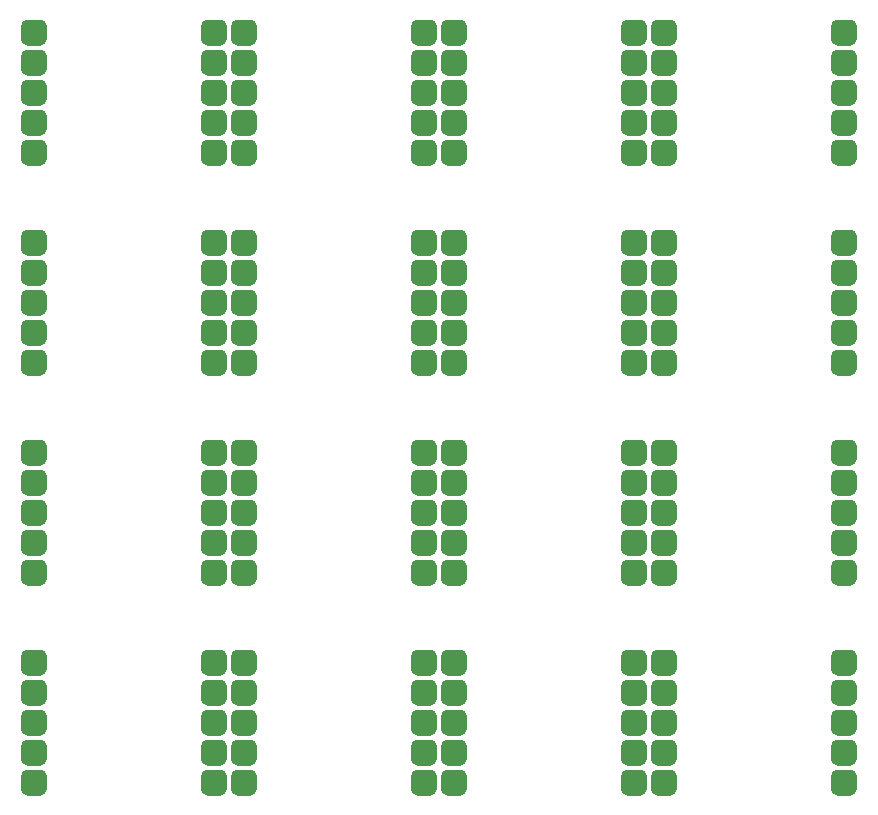
<source format=gbr>
%TF.GenerationSoftware,KiCad,Pcbnew,5.1.8*%
%TF.CreationDate,2020-11-29T15:40:31+01:00*%
%TF.ProjectId,panel,70616e65-6c2e-46b6-9963-61645f706362,rev?*%
%TF.SameCoordinates,Original*%
%TF.FileFunction,Soldermask,Bot*%
%TF.FilePolarity,Negative*%
%FSLAX46Y46*%
G04 Gerber Fmt 4.6, Leading zero omitted, Abs format (unit mm)*
G04 Created by KiCad (PCBNEW 5.1.8) date 2020-11-29 15:40:31*
%MOMM*%
%LPD*%
G01*
G04 APERTURE LIST*
G04 APERTURE END LIST*
%TO.C,TP1*%
G36*
G01*
X103510016Y-107700016D02*
X103510016Y-106600016D01*
G75*
G02*
X104060016Y-106050016I550000J0D01*
G01*
X105160016Y-106050016D01*
G75*
G02*
X105710016Y-106600016I0J-550000D01*
G01*
X105710016Y-107700016D01*
G75*
G02*
X105160016Y-108250016I-550000J0D01*
G01*
X104060016Y-108250016D01*
G75*
G02*
X103510016Y-107700016I0J550000D01*
G01*
G37*
%TD*%
%TO.C,TP2*%
G36*
G01*
X103510016Y-110240016D02*
X103510016Y-109140016D01*
G75*
G02*
X104060016Y-108590016I550000J0D01*
G01*
X105160016Y-108590016D01*
G75*
G02*
X105710016Y-109140016I0J-550000D01*
G01*
X105710016Y-110240016D01*
G75*
G02*
X105160016Y-110790016I-550000J0D01*
G01*
X104060016Y-110790016D01*
G75*
G02*
X103510016Y-110240016I0J550000D01*
G01*
G37*
%TD*%
%TO.C,TP3*%
G36*
G01*
X103510016Y-115320016D02*
X103510016Y-114220016D01*
G75*
G02*
X104060016Y-113670016I550000J0D01*
G01*
X105160016Y-113670016D01*
G75*
G02*
X105710016Y-114220016I0J-550000D01*
G01*
X105710016Y-115320016D01*
G75*
G02*
X105160016Y-115870016I-550000J0D01*
G01*
X104060016Y-115870016D01*
G75*
G02*
X103510016Y-115320016I0J550000D01*
G01*
G37*
%TD*%
%TO.C,TP4*%
G36*
G01*
X103510016Y-117860016D02*
X103510016Y-116760016D01*
G75*
G02*
X104060016Y-116210016I550000J0D01*
G01*
X105160016Y-116210016D01*
G75*
G02*
X105710016Y-116760016I0J-550000D01*
G01*
X105710016Y-117860016D01*
G75*
G02*
X105160016Y-118410016I-550000J0D01*
G01*
X104060016Y-118410016D01*
G75*
G02*
X103510016Y-117860016I0J550000D01*
G01*
G37*
%TD*%
%TO.C,TP5*%
G36*
G01*
X103510016Y-112780016D02*
X103510016Y-111680016D01*
G75*
G02*
X104060016Y-111130016I550000J0D01*
G01*
X105160016Y-111130016D01*
G75*
G02*
X105710016Y-111680016I0J-550000D01*
G01*
X105710016Y-112780016D01*
G75*
G02*
X105160016Y-113330016I-550000J0D01*
G01*
X104060016Y-113330016D01*
G75*
G02*
X103510016Y-112780016I0J550000D01*
G01*
G37*
%TD*%
%TO.C,TP6*%
G36*
G01*
X118750016Y-117860016D02*
X118750016Y-116760016D01*
G75*
G02*
X119300016Y-116210016I550000J0D01*
G01*
X120400016Y-116210016D01*
G75*
G02*
X120950016Y-116760016I0J-550000D01*
G01*
X120950016Y-117860016D01*
G75*
G02*
X120400016Y-118410016I-550000J0D01*
G01*
X119300016Y-118410016D01*
G75*
G02*
X118750016Y-117860016I0J550000D01*
G01*
G37*
%TD*%
%TO.C,TP7*%
G36*
G01*
X118750016Y-110240016D02*
X118750016Y-109140016D01*
G75*
G02*
X119300016Y-108590016I550000J0D01*
G01*
X120400016Y-108590016D01*
G75*
G02*
X120950016Y-109140016I0J-550000D01*
G01*
X120950016Y-110240016D01*
G75*
G02*
X120400016Y-110790016I-550000J0D01*
G01*
X119300016Y-110790016D01*
G75*
G02*
X118750016Y-110240016I0J550000D01*
G01*
G37*
%TD*%
%TO.C,TP8*%
G36*
G01*
X118750016Y-112780016D02*
X118750016Y-111680016D01*
G75*
G02*
X119300016Y-111130016I550000J0D01*
G01*
X120400016Y-111130016D01*
G75*
G02*
X120950016Y-111680016I0J-550000D01*
G01*
X120950016Y-112780016D01*
G75*
G02*
X120400016Y-113330016I-550000J0D01*
G01*
X119300016Y-113330016D01*
G75*
G02*
X118750016Y-112780016I0J550000D01*
G01*
G37*
%TD*%
%TO.C,TP9*%
G36*
G01*
X118750016Y-115320016D02*
X118750016Y-114220016D01*
G75*
G02*
X119300016Y-113670016I550000J0D01*
G01*
X120400016Y-113670016D01*
G75*
G02*
X120950016Y-114220016I0J-550000D01*
G01*
X120950016Y-115320016D01*
G75*
G02*
X120400016Y-115870016I-550000J0D01*
G01*
X119300016Y-115870016D01*
G75*
G02*
X118750016Y-115320016I0J550000D01*
G01*
G37*
%TD*%
%TO.C,TP10*%
G36*
G01*
X118750016Y-107700016D02*
X118750016Y-106600016D01*
G75*
G02*
X119300016Y-106050016I550000J0D01*
G01*
X120400016Y-106050016D01*
G75*
G02*
X120950016Y-106600016I0J-550000D01*
G01*
X120950016Y-107700016D01*
G75*
G02*
X120400016Y-108250016I-550000J0D01*
G01*
X119300016Y-108250016D01*
G75*
G02*
X118750016Y-107700016I0J550000D01*
G01*
G37*
%TD*%
%TO.C,TP1*%
G36*
G01*
X85730011Y-107700016D02*
X85730011Y-106600016D01*
G75*
G02*
X86280011Y-106050016I550000J0D01*
G01*
X87380011Y-106050016D01*
G75*
G02*
X87930011Y-106600016I0J-550000D01*
G01*
X87930011Y-107700016D01*
G75*
G02*
X87380011Y-108250016I-550000J0D01*
G01*
X86280011Y-108250016D01*
G75*
G02*
X85730011Y-107700016I0J550000D01*
G01*
G37*
%TD*%
%TO.C,TP2*%
G36*
G01*
X85730011Y-110240016D02*
X85730011Y-109140016D01*
G75*
G02*
X86280011Y-108590016I550000J0D01*
G01*
X87380011Y-108590016D01*
G75*
G02*
X87930011Y-109140016I0J-550000D01*
G01*
X87930011Y-110240016D01*
G75*
G02*
X87380011Y-110790016I-550000J0D01*
G01*
X86280011Y-110790016D01*
G75*
G02*
X85730011Y-110240016I0J550000D01*
G01*
G37*
%TD*%
%TO.C,TP3*%
G36*
G01*
X85730011Y-115320016D02*
X85730011Y-114220016D01*
G75*
G02*
X86280011Y-113670016I550000J0D01*
G01*
X87380011Y-113670016D01*
G75*
G02*
X87930011Y-114220016I0J-550000D01*
G01*
X87930011Y-115320016D01*
G75*
G02*
X87380011Y-115870016I-550000J0D01*
G01*
X86280011Y-115870016D01*
G75*
G02*
X85730011Y-115320016I0J550000D01*
G01*
G37*
%TD*%
%TO.C,TP4*%
G36*
G01*
X85730011Y-117860016D02*
X85730011Y-116760016D01*
G75*
G02*
X86280011Y-116210016I550000J0D01*
G01*
X87380011Y-116210016D01*
G75*
G02*
X87930011Y-116760016I0J-550000D01*
G01*
X87930011Y-117860016D01*
G75*
G02*
X87380011Y-118410016I-550000J0D01*
G01*
X86280011Y-118410016D01*
G75*
G02*
X85730011Y-117860016I0J550000D01*
G01*
G37*
%TD*%
%TO.C,TP5*%
G36*
G01*
X85730011Y-112780016D02*
X85730011Y-111680016D01*
G75*
G02*
X86280011Y-111130016I550000J0D01*
G01*
X87380011Y-111130016D01*
G75*
G02*
X87930011Y-111680016I0J-550000D01*
G01*
X87930011Y-112780016D01*
G75*
G02*
X87380011Y-113330016I-550000J0D01*
G01*
X86280011Y-113330016D01*
G75*
G02*
X85730011Y-112780016I0J550000D01*
G01*
G37*
%TD*%
%TO.C,TP6*%
G36*
G01*
X100970011Y-117860016D02*
X100970011Y-116760016D01*
G75*
G02*
X101520011Y-116210016I550000J0D01*
G01*
X102620011Y-116210016D01*
G75*
G02*
X103170011Y-116760016I0J-550000D01*
G01*
X103170011Y-117860016D01*
G75*
G02*
X102620011Y-118410016I-550000J0D01*
G01*
X101520011Y-118410016D01*
G75*
G02*
X100970011Y-117860016I0J550000D01*
G01*
G37*
%TD*%
%TO.C,TP7*%
G36*
G01*
X100970011Y-110240016D02*
X100970011Y-109140016D01*
G75*
G02*
X101520011Y-108590016I550000J0D01*
G01*
X102620011Y-108590016D01*
G75*
G02*
X103170011Y-109140016I0J-550000D01*
G01*
X103170011Y-110240016D01*
G75*
G02*
X102620011Y-110790016I-550000J0D01*
G01*
X101520011Y-110790016D01*
G75*
G02*
X100970011Y-110240016I0J550000D01*
G01*
G37*
%TD*%
%TO.C,TP8*%
G36*
G01*
X100970011Y-112780016D02*
X100970011Y-111680016D01*
G75*
G02*
X101520011Y-111130016I550000J0D01*
G01*
X102620011Y-111130016D01*
G75*
G02*
X103170011Y-111680016I0J-550000D01*
G01*
X103170011Y-112780016D01*
G75*
G02*
X102620011Y-113330016I-550000J0D01*
G01*
X101520011Y-113330016D01*
G75*
G02*
X100970011Y-112780016I0J550000D01*
G01*
G37*
%TD*%
%TO.C,TP9*%
G36*
G01*
X100970011Y-115320016D02*
X100970011Y-114220016D01*
G75*
G02*
X101520011Y-113670016I550000J0D01*
G01*
X102620011Y-113670016D01*
G75*
G02*
X103170011Y-114220016I0J-550000D01*
G01*
X103170011Y-115320016D01*
G75*
G02*
X102620011Y-115870016I-550000J0D01*
G01*
X101520011Y-115870016D01*
G75*
G02*
X100970011Y-115320016I0J550000D01*
G01*
G37*
%TD*%
%TO.C,TP10*%
G36*
G01*
X100970011Y-107700016D02*
X100970011Y-106600016D01*
G75*
G02*
X101520011Y-106050016I550000J0D01*
G01*
X102620011Y-106050016D01*
G75*
G02*
X103170011Y-106600016I0J-550000D01*
G01*
X103170011Y-107700016D01*
G75*
G02*
X102620011Y-108250016I-550000J0D01*
G01*
X101520011Y-108250016D01*
G75*
G02*
X100970011Y-107700016I0J550000D01*
G01*
G37*
%TD*%
%TO.C,TP1*%
G36*
G01*
X67950006Y-107700016D02*
X67950006Y-106600016D01*
G75*
G02*
X68500006Y-106050016I550000J0D01*
G01*
X69600006Y-106050016D01*
G75*
G02*
X70150006Y-106600016I0J-550000D01*
G01*
X70150006Y-107700016D01*
G75*
G02*
X69600006Y-108250016I-550000J0D01*
G01*
X68500006Y-108250016D01*
G75*
G02*
X67950006Y-107700016I0J550000D01*
G01*
G37*
%TD*%
%TO.C,TP2*%
G36*
G01*
X67950006Y-110240016D02*
X67950006Y-109140016D01*
G75*
G02*
X68500006Y-108590016I550000J0D01*
G01*
X69600006Y-108590016D01*
G75*
G02*
X70150006Y-109140016I0J-550000D01*
G01*
X70150006Y-110240016D01*
G75*
G02*
X69600006Y-110790016I-550000J0D01*
G01*
X68500006Y-110790016D01*
G75*
G02*
X67950006Y-110240016I0J550000D01*
G01*
G37*
%TD*%
%TO.C,TP3*%
G36*
G01*
X67950006Y-115320016D02*
X67950006Y-114220016D01*
G75*
G02*
X68500006Y-113670016I550000J0D01*
G01*
X69600006Y-113670016D01*
G75*
G02*
X70150006Y-114220016I0J-550000D01*
G01*
X70150006Y-115320016D01*
G75*
G02*
X69600006Y-115870016I-550000J0D01*
G01*
X68500006Y-115870016D01*
G75*
G02*
X67950006Y-115320016I0J550000D01*
G01*
G37*
%TD*%
%TO.C,TP4*%
G36*
G01*
X67950006Y-117860016D02*
X67950006Y-116760016D01*
G75*
G02*
X68500006Y-116210016I550000J0D01*
G01*
X69600006Y-116210016D01*
G75*
G02*
X70150006Y-116760016I0J-550000D01*
G01*
X70150006Y-117860016D01*
G75*
G02*
X69600006Y-118410016I-550000J0D01*
G01*
X68500006Y-118410016D01*
G75*
G02*
X67950006Y-117860016I0J550000D01*
G01*
G37*
%TD*%
%TO.C,TP5*%
G36*
G01*
X67950006Y-112780016D02*
X67950006Y-111680016D01*
G75*
G02*
X68500006Y-111130016I550000J0D01*
G01*
X69600006Y-111130016D01*
G75*
G02*
X70150006Y-111680016I0J-550000D01*
G01*
X70150006Y-112780016D01*
G75*
G02*
X69600006Y-113330016I-550000J0D01*
G01*
X68500006Y-113330016D01*
G75*
G02*
X67950006Y-112780016I0J550000D01*
G01*
G37*
%TD*%
%TO.C,TP6*%
G36*
G01*
X83190006Y-117860016D02*
X83190006Y-116760016D01*
G75*
G02*
X83740006Y-116210016I550000J0D01*
G01*
X84840006Y-116210016D01*
G75*
G02*
X85390006Y-116760016I0J-550000D01*
G01*
X85390006Y-117860016D01*
G75*
G02*
X84840006Y-118410016I-550000J0D01*
G01*
X83740006Y-118410016D01*
G75*
G02*
X83190006Y-117860016I0J550000D01*
G01*
G37*
%TD*%
%TO.C,TP7*%
G36*
G01*
X83190006Y-110240016D02*
X83190006Y-109140016D01*
G75*
G02*
X83740006Y-108590016I550000J0D01*
G01*
X84840006Y-108590016D01*
G75*
G02*
X85390006Y-109140016I0J-550000D01*
G01*
X85390006Y-110240016D01*
G75*
G02*
X84840006Y-110790016I-550000J0D01*
G01*
X83740006Y-110790016D01*
G75*
G02*
X83190006Y-110240016I0J550000D01*
G01*
G37*
%TD*%
%TO.C,TP8*%
G36*
G01*
X83190006Y-112780016D02*
X83190006Y-111680016D01*
G75*
G02*
X83740006Y-111130016I550000J0D01*
G01*
X84840006Y-111130016D01*
G75*
G02*
X85390006Y-111680016I0J-550000D01*
G01*
X85390006Y-112780016D01*
G75*
G02*
X84840006Y-113330016I-550000J0D01*
G01*
X83740006Y-113330016D01*
G75*
G02*
X83190006Y-112780016I0J550000D01*
G01*
G37*
%TD*%
%TO.C,TP9*%
G36*
G01*
X83190006Y-115320016D02*
X83190006Y-114220016D01*
G75*
G02*
X83740006Y-113670016I550000J0D01*
G01*
X84840006Y-113670016D01*
G75*
G02*
X85390006Y-114220016I0J-550000D01*
G01*
X85390006Y-115320016D01*
G75*
G02*
X84840006Y-115870016I-550000J0D01*
G01*
X83740006Y-115870016D01*
G75*
G02*
X83190006Y-115320016I0J550000D01*
G01*
G37*
%TD*%
%TO.C,TP10*%
G36*
G01*
X83190006Y-107700016D02*
X83190006Y-106600016D01*
G75*
G02*
X83740006Y-106050016I550000J0D01*
G01*
X84840006Y-106050016D01*
G75*
G02*
X85390006Y-106600016I0J-550000D01*
G01*
X85390006Y-107700016D01*
G75*
G02*
X84840006Y-108250016I-550000J0D01*
G01*
X83740006Y-108250016D01*
G75*
G02*
X83190006Y-107700016I0J550000D01*
G01*
G37*
%TD*%
%TO.C,TP1*%
G36*
G01*
X50170001Y-107700016D02*
X50170001Y-106600016D01*
G75*
G02*
X50720001Y-106050016I550000J0D01*
G01*
X51820001Y-106050016D01*
G75*
G02*
X52370001Y-106600016I0J-550000D01*
G01*
X52370001Y-107700016D01*
G75*
G02*
X51820001Y-108250016I-550000J0D01*
G01*
X50720001Y-108250016D01*
G75*
G02*
X50170001Y-107700016I0J550000D01*
G01*
G37*
%TD*%
%TO.C,TP2*%
G36*
G01*
X50170001Y-110240016D02*
X50170001Y-109140016D01*
G75*
G02*
X50720001Y-108590016I550000J0D01*
G01*
X51820001Y-108590016D01*
G75*
G02*
X52370001Y-109140016I0J-550000D01*
G01*
X52370001Y-110240016D01*
G75*
G02*
X51820001Y-110790016I-550000J0D01*
G01*
X50720001Y-110790016D01*
G75*
G02*
X50170001Y-110240016I0J550000D01*
G01*
G37*
%TD*%
%TO.C,TP3*%
G36*
G01*
X50170001Y-115320016D02*
X50170001Y-114220016D01*
G75*
G02*
X50720001Y-113670016I550000J0D01*
G01*
X51820001Y-113670016D01*
G75*
G02*
X52370001Y-114220016I0J-550000D01*
G01*
X52370001Y-115320016D01*
G75*
G02*
X51820001Y-115870016I-550000J0D01*
G01*
X50720001Y-115870016D01*
G75*
G02*
X50170001Y-115320016I0J550000D01*
G01*
G37*
%TD*%
%TO.C,TP4*%
G36*
G01*
X50170001Y-117860016D02*
X50170001Y-116760016D01*
G75*
G02*
X50720001Y-116210016I550000J0D01*
G01*
X51820001Y-116210016D01*
G75*
G02*
X52370001Y-116760016I0J-550000D01*
G01*
X52370001Y-117860016D01*
G75*
G02*
X51820001Y-118410016I-550000J0D01*
G01*
X50720001Y-118410016D01*
G75*
G02*
X50170001Y-117860016I0J550000D01*
G01*
G37*
%TD*%
%TO.C,TP5*%
G36*
G01*
X50170001Y-112780016D02*
X50170001Y-111680016D01*
G75*
G02*
X50720001Y-111130016I550000J0D01*
G01*
X51820001Y-111130016D01*
G75*
G02*
X52370001Y-111680016I0J-550000D01*
G01*
X52370001Y-112780016D01*
G75*
G02*
X51820001Y-113330016I-550000J0D01*
G01*
X50720001Y-113330016D01*
G75*
G02*
X50170001Y-112780016I0J550000D01*
G01*
G37*
%TD*%
%TO.C,TP6*%
G36*
G01*
X65410001Y-117860016D02*
X65410001Y-116760016D01*
G75*
G02*
X65960001Y-116210016I550000J0D01*
G01*
X67060001Y-116210016D01*
G75*
G02*
X67610001Y-116760016I0J-550000D01*
G01*
X67610001Y-117860016D01*
G75*
G02*
X67060001Y-118410016I-550000J0D01*
G01*
X65960001Y-118410016D01*
G75*
G02*
X65410001Y-117860016I0J550000D01*
G01*
G37*
%TD*%
%TO.C,TP7*%
G36*
G01*
X65410001Y-110240016D02*
X65410001Y-109140016D01*
G75*
G02*
X65960001Y-108590016I550000J0D01*
G01*
X67060001Y-108590016D01*
G75*
G02*
X67610001Y-109140016I0J-550000D01*
G01*
X67610001Y-110240016D01*
G75*
G02*
X67060001Y-110790016I-550000J0D01*
G01*
X65960001Y-110790016D01*
G75*
G02*
X65410001Y-110240016I0J550000D01*
G01*
G37*
%TD*%
%TO.C,TP8*%
G36*
G01*
X65410001Y-112780016D02*
X65410001Y-111680016D01*
G75*
G02*
X65960001Y-111130016I550000J0D01*
G01*
X67060001Y-111130016D01*
G75*
G02*
X67610001Y-111680016I0J-550000D01*
G01*
X67610001Y-112780016D01*
G75*
G02*
X67060001Y-113330016I-550000J0D01*
G01*
X65960001Y-113330016D01*
G75*
G02*
X65410001Y-112780016I0J550000D01*
G01*
G37*
%TD*%
%TO.C,TP9*%
G36*
G01*
X65410001Y-115320016D02*
X65410001Y-114220016D01*
G75*
G02*
X65960001Y-113670016I550000J0D01*
G01*
X67060001Y-113670016D01*
G75*
G02*
X67610001Y-114220016I0J-550000D01*
G01*
X67610001Y-115320016D01*
G75*
G02*
X67060001Y-115870016I-550000J0D01*
G01*
X65960001Y-115870016D01*
G75*
G02*
X65410001Y-115320016I0J550000D01*
G01*
G37*
%TD*%
%TO.C,TP10*%
G36*
G01*
X65410001Y-107700016D02*
X65410001Y-106600016D01*
G75*
G02*
X65960001Y-106050016I550000J0D01*
G01*
X67060001Y-106050016D01*
G75*
G02*
X67610001Y-106600016I0J-550000D01*
G01*
X67610001Y-107700016D01*
G75*
G02*
X67060001Y-108250016I-550000J0D01*
G01*
X65960001Y-108250016D01*
G75*
G02*
X65410001Y-107700016I0J550000D01*
G01*
G37*
%TD*%
%TO.C,TP1*%
G36*
G01*
X103510016Y-89920011D02*
X103510016Y-88820011D01*
G75*
G02*
X104060016Y-88270011I550000J0D01*
G01*
X105160016Y-88270011D01*
G75*
G02*
X105710016Y-88820011I0J-550000D01*
G01*
X105710016Y-89920011D01*
G75*
G02*
X105160016Y-90470011I-550000J0D01*
G01*
X104060016Y-90470011D01*
G75*
G02*
X103510016Y-89920011I0J550000D01*
G01*
G37*
%TD*%
%TO.C,TP2*%
G36*
G01*
X103510016Y-92460011D02*
X103510016Y-91360011D01*
G75*
G02*
X104060016Y-90810011I550000J0D01*
G01*
X105160016Y-90810011D01*
G75*
G02*
X105710016Y-91360011I0J-550000D01*
G01*
X105710016Y-92460011D01*
G75*
G02*
X105160016Y-93010011I-550000J0D01*
G01*
X104060016Y-93010011D01*
G75*
G02*
X103510016Y-92460011I0J550000D01*
G01*
G37*
%TD*%
%TO.C,TP3*%
G36*
G01*
X103510016Y-97540011D02*
X103510016Y-96440011D01*
G75*
G02*
X104060016Y-95890011I550000J0D01*
G01*
X105160016Y-95890011D01*
G75*
G02*
X105710016Y-96440011I0J-550000D01*
G01*
X105710016Y-97540011D01*
G75*
G02*
X105160016Y-98090011I-550000J0D01*
G01*
X104060016Y-98090011D01*
G75*
G02*
X103510016Y-97540011I0J550000D01*
G01*
G37*
%TD*%
%TO.C,TP4*%
G36*
G01*
X103510016Y-100080011D02*
X103510016Y-98980011D01*
G75*
G02*
X104060016Y-98430011I550000J0D01*
G01*
X105160016Y-98430011D01*
G75*
G02*
X105710016Y-98980011I0J-550000D01*
G01*
X105710016Y-100080011D01*
G75*
G02*
X105160016Y-100630011I-550000J0D01*
G01*
X104060016Y-100630011D01*
G75*
G02*
X103510016Y-100080011I0J550000D01*
G01*
G37*
%TD*%
%TO.C,TP5*%
G36*
G01*
X103510016Y-95000011D02*
X103510016Y-93900011D01*
G75*
G02*
X104060016Y-93350011I550000J0D01*
G01*
X105160016Y-93350011D01*
G75*
G02*
X105710016Y-93900011I0J-550000D01*
G01*
X105710016Y-95000011D01*
G75*
G02*
X105160016Y-95550011I-550000J0D01*
G01*
X104060016Y-95550011D01*
G75*
G02*
X103510016Y-95000011I0J550000D01*
G01*
G37*
%TD*%
%TO.C,TP6*%
G36*
G01*
X118750016Y-100080011D02*
X118750016Y-98980011D01*
G75*
G02*
X119300016Y-98430011I550000J0D01*
G01*
X120400016Y-98430011D01*
G75*
G02*
X120950016Y-98980011I0J-550000D01*
G01*
X120950016Y-100080011D01*
G75*
G02*
X120400016Y-100630011I-550000J0D01*
G01*
X119300016Y-100630011D01*
G75*
G02*
X118750016Y-100080011I0J550000D01*
G01*
G37*
%TD*%
%TO.C,TP7*%
G36*
G01*
X118750016Y-92460011D02*
X118750016Y-91360011D01*
G75*
G02*
X119300016Y-90810011I550000J0D01*
G01*
X120400016Y-90810011D01*
G75*
G02*
X120950016Y-91360011I0J-550000D01*
G01*
X120950016Y-92460011D01*
G75*
G02*
X120400016Y-93010011I-550000J0D01*
G01*
X119300016Y-93010011D01*
G75*
G02*
X118750016Y-92460011I0J550000D01*
G01*
G37*
%TD*%
%TO.C,TP8*%
G36*
G01*
X118750016Y-95000011D02*
X118750016Y-93900011D01*
G75*
G02*
X119300016Y-93350011I550000J0D01*
G01*
X120400016Y-93350011D01*
G75*
G02*
X120950016Y-93900011I0J-550000D01*
G01*
X120950016Y-95000011D01*
G75*
G02*
X120400016Y-95550011I-550000J0D01*
G01*
X119300016Y-95550011D01*
G75*
G02*
X118750016Y-95000011I0J550000D01*
G01*
G37*
%TD*%
%TO.C,TP9*%
G36*
G01*
X118750016Y-97540011D02*
X118750016Y-96440011D01*
G75*
G02*
X119300016Y-95890011I550000J0D01*
G01*
X120400016Y-95890011D01*
G75*
G02*
X120950016Y-96440011I0J-550000D01*
G01*
X120950016Y-97540011D01*
G75*
G02*
X120400016Y-98090011I-550000J0D01*
G01*
X119300016Y-98090011D01*
G75*
G02*
X118750016Y-97540011I0J550000D01*
G01*
G37*
%TD*%
%TO.C,TP10*%
G36*
G01*
X118750016Y-89920011D02*
X118750016Y-88820011D01*
G75*
G02*
X119300016Y-88270011I550000J0D01*
G01*
X120400016Y-88270011D01*
G75*
G02*
X120950016Y-88820011I0J-550000D01*
G01*
X120950016Y-89920011D01*
G75*
G02*
X120400016Y-90470011I-550000J0D01*
G01*
X119300016Y-90470011D01*
G75*
G02*
X118750016Y-89920011I0J550000D01*
G01*
G37*
%TD*%
%TO.C,TP1*%
G36*
G01*
X85730011Y-89920011D02*
X85730011Y-88820011D01*
G75*
G02*
X86280011Y-88270011I550000J0D01*
G01*
X87380011Y-88270011D01*
G75*
G02*
X87930011Y-88820011I0J-550000D01*
G01*
X87930011Y-89920011D01*
G75*
G02*
X87380011Y-90470011I-550000J0D01*
G01*
X86280011Y-90470011D01*
G75*
G02*
X85730011Y-89920011I0J550000D01*
G01*
G37*
%TD*%
%TO.C,TP2*%
G36*
G01*
X85730011Y-92460011D02*
X85730011Y-91360011D01*
G75*
G02*
X86280011Y-90810011I550000J0D01*
G01*
X87380011Y-90810011D01*
G75*
G02*
X87930011Y-91360011I0J-550000D01*
G01*
X87930011Y-92460011D01*
G75*
G02*
X87380011Y-93010011I-550000J0D01*
G01*
X86280011Y-93010011D01*
G75*
G02*
X85730011Y-92460011I0J550000D01*
G01*
G37*
%TD*%
%TO.C,TP3*%
G36*
G01*
X85730011Y-97540011D02*
X85730011Y-96440011D01*
G75*
G02*
X86280011Y-95890011I550000J0D01*
G01*
X87380011Y-95890011D01*
G75*
G02*
X87930011Y-96440011I0J-550000D01*
G01*
X87930011Y-97540011D01*
G75*
G02*
X87380011Y-98090011I-550000J0D01*
G01*
X86280011Y-98090011D01*
G75*
G02*
X85730011Y-97540011I0J550000D01*
G01*
G37*
%TD*%
%TO.C,TP4*%
G36*
G01*
X85730011Y-100080011D02*
X85730011Y-98980011D01*
G75*
G02*
X86280011Y-98430011I550000J0D01*
G01*
X87380011Y-98430011D01*
G75*
G02*
X87930011Y-98980011I0J-550000D01*
G01*
X87930011Y-100080011D01*
G75*
G02*
X87380011Y-100630011I-550000J0D01*
G01*
X86280011Y-100630011D01*
G75*
G02*
X85730011Y-100080011I0J550000D01*
G01*
G37*
%TD*%
%TO.C,TP5*%
G36*
G01*
X85730011Y-95000011D02*
X85730011Y-93900011D01*
G75*
G02*
X86280011Y-93350011I550000J0D01*
G01*
X87380011Y-93350011D01*
G75*
G02*
X87930011Y-93900011I0J-550000D01*
G01*
X87930011Y-95000011D01*
G75*
G02*
X87380011Y-95550011I-550000J0D01*
G01*
X86280011Y-95550011D01*
G75*
G02*
X85730011Y-95000011I0J550000D01*
G01*
G37*
%TD*%
%TO.C,TP6*%
G36*
G01*
X100970011Y-100080011D02*
X100970011Y-98980011D01*
G75*
G02*
X101520011Y-98430011I550000J0D01*
G01*
X102620011Y-98430011D01*
G75*
G02*
X103170011Y-98980011I0J-550000D01*
G01*
X103170011Y-100080011D01*
G75*
G02*
X102620011Y-100630011I-550000J0D01*
G01*
X101520011Y-100630011D01*
G75*
G02*
X100970011Y-100080011I0J550000D01*
G01*
G37*
%TD*%
%TO.C,TP7*%
G36*
G01*
X100970011Y-92460011D02*
X100970011Y-91360011D01*
G75*
G02*
X101520011Y-90810011I550000J0D01*
G01*
X102620011Y-90810011D01*
G75*
G02*
X103170011Y-91360011I0J-550000D01*
G01*
X103170011Y-92460011D01*
G75*
G02*
X102620011Y-93010011I-550000J0D01*
G01*
X101520011Y-93010011D01*
G75*
G02*
X100970011Y-92460011I0J550000D01*
G01*
G37*
%TD*%
%TO.C,TP8*%
G36*
G01*
X100970011Y-95000011D02*
X100970011Y-93900011D01*
G75*
G02*
X101520011Y-93350011I550000J0D01*
G01*
X102620011Y-93350011D01*
G75*
G02*
X103170011Y-93900011I0J-550000D01*
G01*
X103170011Y-95000011D01*
G75*
G02*
X102620011Y-95550011I-550000J0D01*
G01*
X101520011Y-95550011D01*
G75*
G02*
X100970011Y-95000011I0J550000D01*
G01*
G37*
%TD*%
%TO.C,TP9*%
G36*
G01*
X100970011Y-97540011D02*
X100970011Y-96440011D01*
G75*
G02*
X101520011Y-95890011I550000J0D01*
G01*
X102620011Y-95890011D01*
G75*
G02*
X103170011Y-96440011I0J-550000D01*
G01*
X103170011Y-97540011D01*
G75*
G02*
X102620011Y-98090011I-550000J0D01*
G01*
X101520011Y-98090011D01*
G75*
G02*
X100970011Y-97540011I0J550000D01*
G01*
G37*
%TD*%
%TO.C,TP10*%
G36*
G01*
X100970011Y-89920011D02*
X100970011Y-88820011D01*
G75*
G02*
X101520011Y-88270011I550000J0D01*
G01*
X102620011Y-88270011D01*
G75*
G02*
X103170011Y-88820011I0J-550000D01*
G01*
X103170011Y-89920011D01*
G75*
G02*
X102620011Y-90470011I-550000J0D01*
G01*
X101520011Y-90470011D01*
G75*
G02*
X100970011Y-89920011I0J550000D01*
G01*
G37*
%TD*%
%TO.C,TP1*%
G36*
G01*
X67950006Y-89920011D02*
X67950006Y-88820011D01*
G75*
G02*
X68500006Y-88270011I550000J0D01*
G01*
X69600006Y-88270011D01*
G75*
G02*
X70150006Y-88820011I0J-550000D01*
G01*
X70150006Y-89920011D01*
G75*
G02*
X69600006Y-90470011I-550000J0D01*
G01*
X68500006Y-90470011D01*
G75*
G02*
X67950006Y-89920011I0J550000D01*
G01*
G37*
%TD*%
%TO.C,TP2*%
G36*
G01*
X67950006Y-92460011D02*
X67950006Y-91360011D01*
G75*
G02*
X68500006Y-90810011I550000J0D01*
G01*
X69600006Y-90810011D01*
G75*
G02*
X70150006Y-91360011I0J-550000D01*
G01*
X70150006Y-92460011D01*
G75*
G02*
X69600006Y-93010011I-550000J0D01*
G01*
X68500006Y-93010011D01*
G75*
G02*
X67950006Y-92460011I0J550000D01*
G01*
G37*
%TD*%
%TO.C,TP3*%
G36*
G01*
X67950006Y-97540011D02*
X67950006Y-96440011D01*
G75*
G02*
X68500006Y-95890011I550000J0D01*
G01*
X69600006Y-95890011D01*
G75*
G02*
X70150006Y-96440011I0J-550000D01*
G01*
X70150006Y-97540011D01*
G75*
G02*
X69600006Y-98090011I-550000J0D01*
G01*
X68500006Y-98090011D01*
G75*
G02*
X67950006Y-97540011I0J550000D01*
G01*
G37*
%TD*%
%TO.C,TP4*%
G36*
G01*
X67950006Y-100080011D02*
X67950006Y-98980011D01*
G75*
G02*
X68500006Y-98430011I550000J0D01*
G01*
X69600006Y-98430011D01*
G75*
G02*
X70150006Y-98980011I0J-550000D01*
G01*
X70150006Y-100080011D01*
G75*
G02*
X69600006Y-100630011I-550000J0D01*
G01*
X68500006Y-100630011D01*
G75*
G02*
X67950006Y-100080011I0J550000D01*
G01*
G37*
%TD*%
%TO.C,TP5*%
G36*
G01*
X67950006Y-95000011D02*
X67950006Y-93900011D01*
G75*
G02*
X68500006Y-93350011I550000J0D01*
G01*
X69600006Y-93350011D01*
G75*
G02*
X70150006Y-93900011I0J-550000D01*
G01*
X70150006Y-95000011D01*
G75*
G02*
X69600006Y-95550011I-550000J0D01*
G01*
X68500006Y-95550011D01*
G75*
G02*
X67950006Y-95000011I0J550000D01*
G01*
G37*
%TD*%
%TO.C,TP6*%
G36*
G01*
X83190006Y-100080011D02*
X83190006Y-98980011D01*
G75*
G02*
X83740006Y-98430011I550000J0D01*
G01*
X84840006Y-98430011D01*
G75*
G02*
X85390006Y-98980011I0J-550000D01*
G01*
X85390006Y-100080011D01*
G75*
G02*
X84840006Y-100630011I-550000J0D01*
G01*
X83740006Y-100630011D01*
G75*
G02*
X83190006Y-100080011I0J550000D01*
G01*
G37*
%TD*%
%TO.C,TP7*%
G36*
G01*
X83190006Y-92460011D02*
X83190006Y-91360011D01*
G75*
G02*
X83740006Y-90810011I550000J0D01*
G01*
X84840006Y-90810011D01*
G75*
G02*
X85390006Y-91360011I0J-550000D01*
G01*
X85390006Y-92460011D01*
G75*
G02*
X84840006Y-93010011I-550000J0D01*
G01*
X83740006Y-93010011D01*
G75*
G02*
X83190006Y-92460011I0J550000D01*
G01*
G37*
%TD*%
%TO.C,TP8*%
G36*
G01*
X83190006Y-95000011D02*
X83190006Y-93900011D01*
G75*
G02*
X83740006Y-93350011I550000J0D01*
G01*
X84840006Y-93350011D01*
G75*
G02*
X85390006Y-93900011I0J-550000D01*
G01*
X85390006Y-95000011D01*
G75*
G02*
X84840006Y-95550011I-550000J0D01*
G01*
X83740006Y-95550011D01*
G75*
G02*
X83190006Y-95000011I0J550000D01*
G01*
G37*
%TD*%
%TO.C,TP9*%
G36*
G01*
X83190006Y-97540011D02*
X83190006Y-96440011D01*
G75*
G02*
X83740006Y-95890011I550000J0D01*
G01*
X84840006Y-95890011D01*
G75*
G02*
X85390006Y-96440011I0J-550000D01*
G01*
X85390006Y-97540011D01*
G75*
G02*
X84840006Y-98090011I-550000J0D01*
G01*
X83740006Y-98090011D01*
G75*
G02*
X83190006Y-97540011I0J550000D01*
G01*
G37*
%TD*%
%TO.C,TP10*%
G36*
G01*
X83190006Y-89920011D02*
X83190006Y-88820011D01*
G75*
G02*
X83740006Y-88270011I550000J0D01*
G01*
X84840006Y-88270011D01*
G75*
G02*
X85390006Y-88820011I0J-550000D01*
G01*
X85390006Y-89920011D01*
G75*
G02*
X84840006Y-90470011I-550000J0D01*
G01*
X83740006Y-90470011D01*
G75*
G02*
X83190006Y-89920011I0J550000D01*
G01*
G37*
%TD*%
%TO.C,TP1*%
G36*
G01*
X50170001Y-89920011D02*
X50170001Y-88820011D01*
G75*
G02*
X50720001Y-88270011I550000J0D01*
G01*
X51820001Y-88270011D01*
G75*
G02*
X52370001Y-88820011I0J-550000D01*
G01*
X52370001Y-89920011D01*
G75*
G02*
X51820001Y-90470011I-550000J0D01*
G01*
X50720001Y-90470011D01*
G75*
G02*
X50170001Y-89920011I0J550000D01*
G01*
G37*
%TD*%
%TO.C,TP2*%
G36*
G01*
X50170001Y-92460011D02*
X50170001Y-91360011D01*
G75*
G02*
X50720001Y-90810011I550000J0D01*
G01*
X51820001Y-90810011D01*
G75*
G02*
X52370001Y-91360011I0J-550000D01*
G01*
X52370001Y-92460011D01*
G75*
G02*
X51820001Y-93010011I-550000J0D01*
G01*
X50720001Y-93010011D01*
G75*
G02*
X50170001Y-92460011I0J550000D01*
G01*
G37*
%TD*%
%TO.C,TP3*%
G36*
G01*
X50170001Y-97540011D02*
X50170001Y-96440011D01*
G75*
G02*
X50720001Y-95890011I550000J0D01*
G01*
X51820001Y-95890011D01*
G75*
G02*
X52370001Y-96440011I0J-550000D01*
G01*
X52370001Y-97540011D01*
G75*
G02*
X51820001Y-98090011I-550000J0D01*
G01*
X50720001Y-98090011D01*
G75*
G02*
X50170001Y-97540011I0J550000D01*
G01*
G37*
%TD*%
%TO.C,TP4*%
G36*
G01*
X50170001Y-100080011D02*
X50170001Y-98980011D01*
G75*
G02*
X50720001Y-98430011I550000J0D01*
G01*
X51820001Y-98430011D01*
G75*
G02*
X52370001Y-98980011I0J-550000D01*
G01*
X52370001Y-100080011D01*
G75*
G02*
X51820001Y-100630011I-550000J0D01*
G01*
X50720001Y-100630011D01*
G75*
G02*
X50170001Y-100080011I0J550000D01*
G01*
G37*
%TD*%
%TO.C,TP5*%
G36*
G01*
X50170001Y-95000011D02*
X50170001Y-93900011D01*
G75*
G02*
X50720001Y-93350011I550000J0D01*
G01*
X51820001Y-93350011D01*
G75*
G02*
X52370001Y-93900011I0J-550000D01*
G01*
X52370001Y-95000011D01*
G75*
G02*
X51820001Y-95550011I-550000J0D01*
G01*
X50720001Y-95550011D01*
G75*
G02*
X50170001Y-95000011I0J550000D01*
G01*
G37*
%TD*%
%TO.C,TP6*%
G36*
G01*
X65410001Y-100080011D02*
X65410001Y-98980011D01*
G75*
G02*
X65960001Y-98430011I550000J0D01*
G01*
X67060001Y-98430011D01*
G75*
G02*
X67610001Y-98980011I0J-550000D01*
G01*
X67610001Y-100080011D01*
G75*
G02*
X67060001Y-100630011I-550000J0D01*
G01*
X65960001Y-100630011D01*
G75*
G02*
X65410001Y-100080011I0J550000D01*
G01*
G37*
%TD*%
%TO.C,TP7*%
G36*
G01*
X65410001Y-92460011D02*
X65410001Y-91360011D01*
G75*
G02*
X65960001Y-90810011I550000J0D01*
G01*
X67060001Y-90810011D01*
G75*
G02*
X67610001Y-91360011I0J-550000D01*
G01*
X67610001Y-92460011D01*
G75*
G02*
X67060001Y-93010011I-550000J0D01*
G01*
X65960001Y-93010011D01*
G75*
G02*
X65410001Y-92460011I0J550000D01*
G01*
G37*
%TD*%
%TO.C,TP8*%
G36*
G01*
X65410001Y-95000011D02*
X65410001Y-93900011D01*
G75*
G02*
X65960001Y-93350011I550000J0D01*
G01*
X67060001Y-93350011D01*
G75*
G02*
X67610001Y-93900011I0J-550000D01*
G01*
X67610001Y-95000011D01*
G75*
G02*
X67060001Y-95550011I-550000J0D01*
G01*
X65960001Y-95550011D01*
G75*
G02*
X65410001Y-95000011I0J550000D01*
G01*
G37*
%TD*%
%TO.C,TP9*%
G36*
G01*
X65410001Y-97540011D02*
X65410001Y-96440011D01*
G75*
G02*
X65960001Y-95890011I550000J0D01*
G01*
X67060001Y-95890011D01*
G75*
G02*
X67610001Y-96440011I0J-550000D01*
G01*
X67610001Y-97540011D01*
G75*
G02*
X67060001Y-98090011I-550000J0D01*
G01*
X65960001Y-98090011D01*
G75*
G02*
X65410001Y-97540011I0J550000D01*
G01*
G37*
%TD*%
%TO.C,TP10*%
G36*
G01*
X65410001Y-89920011D02*
X65410001Y-88820011D01*
G75*
G02*
X65960001Y-88270011I550000J0D01*
G01*
X67060001Y-88270011D01*
G75*
G02*
X67610001Y-88820011I0J-550000D01*
G01*
X67610001Y-89920011D01*
G75*
G02*
X67060001Y-90470011I-550000J0D01*
G01*
X65960001Y-90470011D01*
G75*
G02*
X65410001Y-89920011I0J550000D01*
G01*
G37*
%TD*%
%TO.C,TP1*%
G36*
G01*
X103510016Y-72140006D02*
X103510016Y-71040006D01*
G75*
G02*
X104060016Y-70490006I550000J0D01*
G01*
X105160016Y-70490006D01*
G75*
G02*
X105710016Y-71040006I0J-550000D01*
G01*
X105710016Y-72140006D01*
G75*
G02*
X105160016Y-72690006I-550000J0D01*
G01*
X104060016Y-72690006D01*
G75*
G02*
X103510016Y-72140006I0J550000D01*
G01*
G37*
%TD*%
%TO.C,TP2*%
G36*
G01*
X103510016Y-74680006D02*
X103510016Y-73580006D01*
G75*
G02*
X104060016Y-73030006I550000J0D01*
G01*
X105160016Y-73030006D01*
G75*
G02*
X105710016Y-73580006I0J-550000D01*
G01*
X105710016Y-74680006D01*
G75*
G02*
X105160016Y-75230006I-550000J0D01*
G01*
X104060016Y-75230006D01*
G75*
G02*
X103510016Y-74680006I0J550000D01*
G01*
G37*
%TD*%
%TO.C,TP3*%
G36*
G01*
X103510016Y-79760006D02*
X103510016Y-78660006D01*
G75*
G02*
X104060016Y-78110006I550000J0D01*
G01*
X105160016Y-78110006D01*
G75*
G02*
X105710016Y-78660006I0J-550000D01*
G01*
X105710016Y-79760006D01*
G75*
G02*
X105160016Y-80310006I-550000J0D01*
G01*
X104060016Y-80310006D01*
G75*
G02*
X103510016Y-79760006I0J550000D01*
G01*
G37*
%TD*%
%TO.C,TP4*%
G36*
G01*
X103510016Y-82300006D02*
X103510016Y-81200006D01*
G75*
G02*
X104060016Y-80650006I550000J0D01*
G01*
X105160016Y-80650006D01*
G75*
G02*
X105710016Y-81200006I0J-550000D01*
G01*
X105710016Y-82300006D01*
G75*
G02*
X105160016Y-82850006I-550000J0D01*
G01*
X104060016Y-82850006D01*
G75*
G02*
X103510016Y-82300006I0J550000D01*
G01*
G37*
%TD*%
%TO.C,TP5*%
G36*
G01*
X103510016Y-77220006D02*
X103510016Y-76120006D01*
G75*
G02*
X104060016Y-75570006I550000J0D01*
G01*
X105160016Y-75570006D01*
G75*
G02*
X105710016Y-76120006I0J-550000D01*
G01*
X105710016Y-77220006D01*
G75*
G02*
X105160016Y-77770006I-550000J0D01*
G01*
X104060016Y-77770006D01*
G75*
G02*
X103510016Y-77220006I0J550000D01*
G01*
G37*
%TD*%
%TO.C,TP6*%
G36*
G01*
X118750016Y-82300006D02*
X118750016Y-81200006D01*
G75*
G02*
X119300016Y-80650006I550000J0D01*
G01*
X120400016Y-80650006D01*
G75*
G02*
X120950016Y-81200006I0J-550000D01*
G01*
X120950016Y-82300006D01*
G75*
G02*
X120400016Y-82850006I-550000J0D01*
G01*
X119300016Y-82850006D01*
G75*
G02*
X118750016Y-82300006I0J550000D01*
G01*
G37*
%TD*%
%TO.C,TP7*%
G36*
G01*
X118750016Y-74680006D02*
X118750016Y-73580006D01*
G75*
G02*
X119300016Y-73030006I550000J0D01*
G01*
X120400016Y-73030006D01*
G75*
G02*
X120950016Y-73580006I0J-550000D01*
G01*
X120950016Y-74680006D01*
G75*
G02*
X120400016Y-75230006I-550000J0D01*
G01*
X119300016Y-75230006D01*
G75*
G02*
X118750016Y-74680006I0J550000D01*
G01*
G37*
%TD*%
%TO.C,TP8*%
G36*
G01*
X118750016Y-77220006D02*
X118750016Y-76120006D01*
G75*
G02*
X119300016Y-75570006I550000J0D01*
G01*
X120400016Y-75570006D01*
G75*
G02*
X120950016Y-76120006I0J-550000D01*
G01*
X120950016Y-77220006D01*
G75*
G02*
X120400016Y-77770006I-550000J0D01*
G01*
X119300016Y-77770006D01*
G75*
G02*
X118750016Y-77220006I0J550000D01*
G01*
G37*
%TD*%
%TO.C,TP9*%
G36*
G01*
X118750016Y-79760006D02*
X118750016Y-78660006D01*
G75*
G02*
X119300016Y-78110006I550000J0D01*
G01*
X120400016Y-78110006D01*
G75*
G02*
X120950016Y-78660006I0J-550000D01*
G01*
X120950016Y-79760006D01*
G75*
G02*
X120400016Y-80310006I-550000J0D01*
G01*
X119300016Y-80310006D01*
G75*
G02*
X118750016Y-79760006I0J550000D01*
G01*
G37*
%TD*%
%TO.C,TP10*%
G36*
G01*
X118750016Y-72140006D02*
X118750016Y-71040006D01*
G75*
G02*
X119300016Y-70490006I550000J0D01*
G01*
X120400016Y-70490006D01*
G75*
G02*
X120950016Y-71040006I0J-550000D01*
G01*
X120950016Y-72140006D01*
G75*
G02*
X120400016Y-72690006I-550000J0D01*
G01*
X119300016Y-72690006D01*
G75*
G02*
X118750016Y-72140006I0J550000D01*
G01*
G37*
%TD*%
%TO.C,TP1*%
G36*
G01*
X85730011Y-72140006D02*
X85730011Y-71040006D01*
G75*
G02*
X86280011Y-70490006I550000J0D01*
G01*
X87380011Y-70490006D01*
G75*
G02*
X87930011Y-71040006I0J-550000D01*
G01*
X87930011Y-72140006D01*
G75*
G02*
X87380011Y-72690006I-550000J0D01*
G01*
X86280011Y-72690006D01*
G75*
G02*
X85730011Y-72140006I0J550000D01*
G01*
G37*
%TD*%
%TO.C,TP2*%
G36*
G01*
X85730011Y-74680006D02*
X85730011Y-73580006D01*
G75*
G02*
X86280011Y-73030006I550000J0D01*
G01*
X87380011Y-73030006D01*
G75*
G02*
X87930011Y-73580006I0J-550000D01*
G01*
X87930011Y-74680006D01*
G75*
G02*
X87380011Y-75230006I-550000J0D01*
G01*
X86280011Y-75230006D01*
G75*
G02*
X85730011Y-74680006I0J550000D01*
G01*
G37*
%TD*%
%TO.C,TP3*%
G36*
G01*
X85730011Y-79760006D02*
X85730011Y-78660006D01*
G75*
G02*
X86280011Y-78110006I550000J0D01*
G01*
X87380011Y-78110006D01*
G75*
G02*
X87930011Y-78660006I0J-550000D01*
G01*
X87930011Y-79760006D01*
G75*
G02*
X87380011Y-80310006I-550000J0D01*
G01*
X86280011Y-80310006D01*
G75*
G02*
X85730011Y-79760006I0J550000D01*
G01*
G37*
%TD*%
%TO.C,TP4*%
G36*
G01*
X85730011Y-82300006D02*
X85730011Y-81200006D01*
G75*
G02*
X86280011Y-80650006I550000J0D01*
G01*
X87380011Y-80650006D01*
G75*
G02*
X87930011Y-81200006I0J-550000D01*
G01*
X87930011Y-82300006D01*
G75*
G02*
X87380011Y-82850006I-550000J0D01*
G01*
X86280011Y-82850006D01*
G75*
G02*
X85730011Y-82300006I0J550000D01*
G01*
G37*
%TD*%
%TO.C,TP5*%
G36*
G01*
X85730011Y-77220006D02*
X85730011Y-76120006D01*
G75*
G02*
X86280011Y-75570006I550000J0D01*
G01*
X87380011Y-75570006D01*
G75*
G02*
X87930011Y-76120006I0J-550000D01*
G01*
X87930011Y-77220006D01*
G75*
G02*
X87380011Y-77770006I-550000J0D01*
G01*
X86280011Y-77770006D01*
G75*
G02*
X85730011Y-77220006I0J550000D01*
G01*
G37*
%TD*%
%TO.C,TP6*%
G36*
G01*
X100970011Y-82300006D02*
X100970011Y-81200006D01*
G75*
G02*
X101520011Y-80650006I550000J0D01*
G01*
X102620011Y-80650006D01*
G75*
G02*
X103170011Y-81200006I0J-550000D01*
G01*
X103170011Y-82300006D01*
G75*
G02*
X102620011Y-82850006I-550000J0D01*
G01*
X101520011Y-82850006D01*
G75*
G02*
X100970011Y-82300006I0J550000D01*
G01*
G37*
%TD*%
%TO.C,TP7*%
G36*
G01*
X100970011Y-74680006D02*
X100970011Y-73580006D01*
G75*
G02*
X101520011Y-73030006I550000J0D01*
G01*
X102620011Y-73030006D01*
G75*
G02*
X103170011Y-73580006I0J-550000D01*
G01*
X103170011Y-74680006D01*
G75*
G02*
X102620011Y-75230006I-550000J0D01*
G01*
X101520011Y-75230006D01*
G75*
G02*
X100970011Y-74680006I0J550000D01*
G01*
G37*
%TD*%
%TO.C,TP8*%
G36*
G01*
X100970011Y-77220006D02*
X100970011Y-76120006D01*
G75*
G02*
X101520011Y-75570006I550000J0D01*
G01*
X102620011Y-75570006D01*
G75*
G02*
X103170011Y-76120006I0J-550000D01*
G01*
X103170011Y-77220006D01*
G75*
G02*
X102620011Y-77770006I-550000J0D01*
G01*
X101520011Y-77770006D01*
G75*
G02*
X100970011Y-77220006I0J550000D01*
G01*
G37*
%TD*%
%TO.C,TP9*%
G36*
G01*
X100970011Y-79760006D02*
X100970011Y-78660006D01*
G75*
G02*
X101520011Y-78110006I550000J0D01*
G01*
X102620011Y-78110006D01*
G75*
G02*
X103170011Y-78660006I0J-550000D01*
G01*
X103170011Y-79760006D01*
G75*
G02*
X102620011Y-80310006I-550000J0D01*
G01*
X101520011Y-80310006D01*
G75*
G02*
X100970011Y-79760006I0J550000D01*
G01*
G37*
%TD*%
%TO.C,TP10*%
G36*
G01*
X100970011Y-72140006D02*
X100970011Y-71040006D01*
G75*
G02*
X101520011Y-70490006I550000J0D01*
G01*
X102620011Y-70490006D01*
G75*
G02*
X103170011Y-71040006I0J-550000D01*
G01*
X103170011Y-72140006D01*
G75*
G02*
X102620011Y-72690006I-550000J0D01*
G01*
X101520011Y-72690006D01*
G75*
G02*
X100970011Y-72140006I0J550000D01*
G01*
G37*
%TD*%
%TO.C,TP1*%
G36*
G01*
X67950006Y-72140006D02*
X67950006Y-71040006D01*
G75*
G02*
X68500006Y-70490006I550000J0D01*
G01*
X69600006Y-70490006D01*
G75*
G02*
X70150006Y-71040006I0J-550000D01*
G01*
X70150006Y-72140006D01*
G75*
G02*
X69600006Y-72690006I-550000J0D01*
G01*
X68500006Y-72690006D01*
G75*
G02*
X67950006Y-72140006I0J550000D01*
G01*
G37*
%TD*%
%TO.C,TP2*%
G36*
G01*
X67950006Y-74680006D02*
X67950006Y-73580006D01*
G75*
G02*
X68500006Y-73030006I550000J0D01*
G01*
X69600006Y-73030006D01*
G75*
G02*
X70150006Y-73580006I0J-550000D01*
G01*
X70150006Y-74680006D01*
G75*
G02*
X69600006Y-75230006I-550000J0D01*
G01*
X68500006Y-75230006D01*
G75*
G02*
X67950006Y-74680006I0J550000D01*
G01*
G37*
%TD*%
%TO.C,TP3*%
G36*
G01*
X67950006Y-79760006D02*
X67950006Y-78660006D01*
G75*
G02*
X68500006Y-78110006I550000J0D01*
G01*
X69600006Y-78110006D01*
G75*
G02*
X70150006Y-78660006I0J-550000D01*
G01*
X70150006Y-79760006D01*
G75*
G02*
X69600006Y-80310006I-550000J0D01*
G01*
X68500006Y-80310006D01*
G75*
G02*
X67950006Y-79760006I0J550000D01*
G01*
G37*
%TD*%
%TO.C,TP4*%
G36*
G01*
X67950006Y-82300006D02*
X67950006Y-81200006D01*
G75*
G02*
X68500006Y-80650006I550000J0D01*
G01*
X69600006Y-80650006D01*
G75*
G02*
X70150006Y-81200006I0J-550000D01*
G01*
X70150006Y-82300006D01*
G75*
G02*
X69600006Y-82850006I-550000J0D01*
G01*
X68500006Y-82850006D01*
G75*
G02*
X67950006Y-82300006I0J550000D01*
G01*
G37*
%TD*%
%TO.C,TP5*%
G36*
G01*
X67950006Y-77220006D02*
X67950006Y-76120006D01*
G75*
G02*
X68500006Y-75570006I550000J0D01*
G01*
X69600006Y-75570006D01*
G75*
G02*
X70150006Y-76120006I0J-550000D01*
G01*
X70150006Y-77220006D01*
G75*
G02*
X69600006Y-77770006I-550000J0D01*
G01*
X68500006Y-77770006D01*
G75*
G02*
X67950006Y-77220006I0J550000D01*
G01*
G37*
%TD*%
%TO.C,TP6*%
G36*
G01*
X83190006Y-82300006D02*
X83190006Y-81200006D01*
G75*
G02*
X83740006Y-80650006I550000J0D01*
G01*
X84840006Y-80650006D01*
G75*
G02*
X85390006Y-81200006I0J-550000D01*
G01*
X85390006Y-82300006D01*
G75*
G02*
X84840006Y-82850006I-550000J0D01*
G01*
X83740006Y-82850006D01*
G75*
G02*
X83190006Y-82300006I0J550000D01*
G01*
G37*
%TD*%
%TO.C,TP7*%
G36*
G01*
X83190006Y-74680006D02*
X83190006Y-73580006D01*
G75*
G02*
X83740006Y-73030006I550000J0D01*
G01*
X84840006Y-73030006D01*
G75*
G02*
X85390006Y-73580006I0J-550000D01*
G01*
X85390006Y-74680006D01*
G75*
G02*
X84840006Y-75230006I-550000J0D01*
G01*
X83740006Y-75230006D01*
G75*
G02*
X83190006Y-74680006I0J550000D01*
G01*
G37*
%TD*%
%TO.C,TP8*%
G36*
G01*
X83190006Y-77220006D02*
X83190006Y-76120006D01*
G75*
G02*
X83740006Y-75570006I550000J0D01*
G01*
X84840006Y-75570006D01*
G75*
G02*
X85390006Y-76120006I0J-550000D01*
G01*
X85390006Y-77220006D01*
G75*
G02*
X84840006Y-77770006I-550000J0D01*
G01*
X83740006Y-77770006D01*
G75*
G02*
X83190006Y-77220006I0J550000D01*
G01*
G37*
%TD*%
%TO.C,TP9*%
G36*
G01*
X83190006Y-79760006D02*
X83190006Y-78660006D01*
G75*
G02*
X83740006Y-78110006I550000J0D01*
G01*
X84840006Y-78110006D01*
G75*
G02*
X85390006Y-78660006I0J-550000D01*
G01*
X85390006Y-79760006D01*
G75*
G02*
X84840006Y-80310006I-550000J0D01*
G01*
X83740006Y-80310006D01*
G75*
G02*
X83190006Y-79760006I0J550000D01*
G01*
G37*
%TD*%
%TO.C,TP10*%
G36*
G01*
X83190006Y-72140006D02*
X83190006Y-71040006D01*
G75*
G02*
X83740006Y-70490006I550000J0D01*
G01*
X84840006Y-70490006D01*
G75*
G02*
X85390006Y-71040006I0J-550000D01*
G01*
X85390006Y-72140006D01*
G75*
G02*
X84840006Y-72690006I-550000J0D01*
G01*
X83740006Y-72690006D01*
G75*
G02*
X83190006Y-72140006I0J550000D01*
G01*
G37*
%TD*%
%TO.C,TP1*%
G36*
G01*
X50170001Y-72140006D02*
X50170001Y-71040006D01*
G75*
G02*
X50720001Y-70490006I550000J0D01*
G01*
X51820001Y-70490006D01*
G75*
G02*
X52370001Y-71040006I0J-550000D01*
G01*
X52370001Y-72140006D01*
G75*
G02*
X51820001Y-72690006I-550000J0D01*
G01*
X50720001Y-72690006D01*
G75*
G02*
X50170001Y-72140006I0J550000D01*
G01*
G37*
%TD*%
%TO.C,TP2*%
G36*
G01*
X50170001Y-74680006D02*
X50170001Y-73580006D01*
G75*
G02*
X50720001Y-73030006I550000J0D01*
G01*
X51820001Y-73030006D01*
G75*
G02*
X52370001Y-73580006I0J-550000D01*
G01*
X52370001Y-74680006D01*
G75*
G02*
X51820001Y-75230006I-550000J0D01*
G01*
X50720001Y-75230006D01*
G75*
G02*
X50170001Y-74680006I0J550000D01*
G01*
G37*
%TD*%
%TO.C,TP3*%
G36*
G01*
X50170001Y-79760006D02*
X50170001Y-78660006D01*
G75*
G02*
X50720001Y-78110006I550000J0D01*
G01*
X51820001Y-78110006D01*
G75*
G02*
X52370001Y-78660006I0J-550000D01*
G01*
X52370001Y-79760006D01*
G75*
G02*
X51820001Y-80310006I-550000J0D01*
G01*
X50720001Y-80310006D01*
G75*
G02*
X50170001Y-79760006I0J550000D01*
G01*
G37*
%TD*%
%TO.C,TP4*%
G36*
G01*
X50170001Y-82300006D02*
X50170001Y-81200006D01*
G75*
G02*
X50720001Y-80650006I550000J0D01*
G01*
X51820001Y-80650006D01*
G75*
G02*
X52370001Y-81200006I0J-550000D01*
G01*
X52370001Y-82300006D01*
G75*
G02*
X51820001Y-82850006I-550000J0D01*
G01*
X50720001Y-82850006D01*
G75*
G02*
X50170001Y-82300006I0J550000D01*
G01*
G37*
%TD*%
%TO.C,TP5*%
G36*
G01*
X50170001Y-77220006D02*
X50170001Y-76120006D01*
G75*
G02*
X50720001Y-75570006I550000J0D01*
G01*
X51820001Y-75570006D01*
G75*
G02*
X52370001Y-76120006I0J-550000D01*
G01*
X52370001Y-77220006D01*
G75*
G02*
X51820001Y-77770006I-550000J0D01*
G01*
X50720001Y-77770006D01*
G75*
G02*
X50170001Y-77220006I0J550000D01*
G01*
G37*
%TD*%
%TO.C,TP6*%
G36*
G01*
X65410001Y-82300006D02*
X65410001Y-81200006D01*
G75*
G02*
X65960001Y-80650006I550000J0D01*
G01*
X67060001Y-80650006D01*
G75*
G02*
X67610001Y-81200006I0J-550000D01*
G01*
X67610001Y-82300006D01*
G75*
G02*
X67060001Y-82850006I-550000J0D01*
G01*
X65960001Y-82850006D01*
G75*
G02*
X65410001Y-82300006I0J550000D01*
G01*
G37*
%TD*%
%TO.C,TP7*%
G36*
G01*
X65410001Y-74680006D02*
X65410001Y-73580006D01*
G75*
G02*
X65960001Y-73030006I550000J0D01*
G01*
X67060001Y-73030006D01*
G75*
G02*
X67610001Y-73580006I0J-550000D01*
G01*
X67610001Y-74680006D01*
G75*
G02*
X67060001Y-75230006I-550000J0D01*
G01*
X65960001Y-75230006D01*
G75*
G02*
X65410001Y-74680006I0J550000D01*
G01*
G37*
%TD*%
%TO.C,TP8*%
G36*
G01*
X65410001Y-77220006D02*
X65410001Y-76120006D01*
G75*
G02*
X65960001Y-75570006I550000J0D01*
G01*
X67060001Y-75570006D01*
G75*
G02*
X67610001Y-76120006I0J-550000D01*
G01*
X67610001Y-77220006D01*
G75*
G02*
X67060001Y-77770006I-550000J0D01*
G01*
X65960001Y-77770006D01*
G75*
G02*
X65410001Y-77220006I0J550000D01*
G01*
G37*
%TD*%
%TO.C,TP9*%
G36*
G01*
X65410001Y-79760006D02*
X65410001Y-78660006D01*
G75*
G02*
X65960001Y-78110006I550000J0D01*
G01*
X67060001Y-78110006D01*
G75*
G02*
X67610001Y-78660006I0J-550000D01*
G01*
X67610001Y-79760006D01*
G75*
G02*
X67060001Y-80310006I-550000J0D01*
G01*
X65960001Y-80310006D01*
G75*
G02*
X65410001Y-79760006I0J550000D01*
G01*
G37*
%TD*%
%TO.C,TP10*%
G36*
G01*
X65410001Y-72140006D02*
X65410001Y-71040006D01*
G75*
G02*
X65960001Y-70490006I550000J0D01*
G01*
X67060001Y-70490006D01*
G75*
G02*
X67610001Y-71040006I0J-550000D01*
G01*
X67610001Y-72140006D01*
G75*
G02*
X67060001Y-72690006I-550000J0D01*
G01*
X65960001Y-72690006D01*
G75*
G02*
X65410001Y-72140006I0J550000D01*
G01*
G37*
%TD*%
%TO.C,TP1*%
G36*
G01*
X103510016Y-54360001D02*
X103510016Y-53260001D01*
G75*
G02*
X104060016Y-52710001I550000J0D01*
G01*
X105160016Y-52710001D01*
G75*
G02*
X105710016Y-53260001I0J-550000D01*
G01*
X105710016Y-54360001D01*
G75*
G02*
X105160016Y-54910001I-550000J0D01*
G01*
X104060016Y-54910001D01*
G75*
G02*
X103510016Y-54360001I0J550000D01*
G01*
G37*
%TD*%
%TO.C,TP2*%
G36*
G01*
X103510016Y-56900001D02*
X103510016Y-55800001D01*
G75*
G02*
X104060016Y-55250001I550000J0D01*
G01*
X105160016Y-55250001D01*
G75*
G02*
X105710016Y-55800001I0J-550000D01*
G01*
X105710016Y-56900001D01*
G75*
G02*
X105160016Y-57450001I-550000J0D01*
G01*
X104060016Y-57450001D01*
G75*
G02*
X103510016Y-56900001I0J550000D01*
G01*
G37*
%TD*%
%TO.C,TP3*%
G36*
G01*
X103510016Y-61980001D02*
X103510016Y-60880001D01*
G75*
G02*
X104060016Y-60330001I550000J0D01*
G01*
X105160016Y-60330001D01*
G75*
G02*
X105710016Y-60880001I0J-550000D01*
G01*
X105710016Y-61980001D01*
G75*
G02*
X105160016Y-62530001I-550000J0D01*
G01*
X104060016Y-62530001D01*
G75*
G02*
X103510016Y-61980001I0J550000D01*
G01*
G37*
%TD*%
%TO.C,TP4*%
G36*
G01*
X103510016Y-64520001D02*
X103510016Y-63420001D01*
G75*
G02*
X104060016Y-62870001I550000J0D01*
G01*
X105160016Y-62870001D01*
G75*
G02*
X105710016Y-63420001I0J-550000D01*
G01*
X105710016Y-64520001D01*
G75*
G02*
X105160016Y-65070001I-550000J0D01*
G01*
X104060016Y-65070001D01*
G75*
G02*
X103510016Y-64520001I0J550000D01*
G01*
G37*
%TD*%
%TO.C,TP5*%
G36*
G01*
X103510016Y-59440001D02*
X103510016Y-58340001D01*
G75*
G02*
X104060016Y-57790001I550000J0D01*
G01*
X105160016Y-57790001D01*
G75*
G02*
X105710016Y-58340001I0J-550000D01*
G01*
X105710016Y-59440001D01*
G75*
G02*
X105160016Y-59990001I-550000J0D01*
G01*
X104060016Y-59990001D01*
G75*
G02*
X103510016Y-59440001I0J550000D01*
G01*
G37*
%TD*%
%TO.C,TP6*%
G36*
G01*
X118750016Y-64520001D02*
X118750016Y-63420001D01*
G75*
G02*
X119300016Y-62870001I550000J0D01*
G01*
X120400016Y-62870001D01*
G75*
G02*
X120950016Y-63420001I0J-550000D01*
G01*
X120950016Y-64520001D01*
G75*
G02*
X120400016Y-65070001I-550000J0D01*
G01*
X119300016Y-65070001D01*
G75*
G02*
X118750016Y-64520001I0J550000D01*
G01*
G37*
%TD*%
%TO.C,TP7*%
G36*
G01*
X118750016Y-56900001D02*
X118750016Y-55800001D01*
G75*
G02*
X119300016Y-55250001I550000J0D01*
G01*
X120400016Y-55250001D01*
G75*
G02*
X120950016Y-55800001I0J-550000D01*
G01*
X120950016Y-56900001D01*
G75*
G02*
X120400016Y-57450001I-550000J0D01*
G01*
X119300016Y-57450001D01*
G75*
G02*
X118750016Y-56900001I0J550000D01*
G01*
G37*
%TD*%
%TO.C,TP8*%
G36*
G01*
X118750016Y-59440001D02*
X118750016Y-58340001D01*
G75*
G02*
X119300016Y-57790001I550000J0D01*
G01*
X120400016Y-57790001D01*
G75*
G02*
X120950016Y-58340001I0J-550000D01*
G01*
X120950016Y-59440001D01*
G75*
G02*
X120400016Y-59990001I-550000J0D01*
G01*
X119300016Y-59990001D01*
G75*
G02*
X118750016Y-59440001I0J550000D01*
G01*
G37*
%TD*%
%TO.C,TP9*%
G36*
G01*
X118750016Y-61980001D02*
X118750016Y-60880001D01*
G75*
G02*
X119300016Y-60330001I550000J0D01*
G01*
X120400016Y-60330001D01*
G75*
G02*
X120950016Y-60880001I0J-550000D01*
G01*
X120950016Y-61980001D01*
G75*
G02*
X120400016Y-62530001I-550000J0D01*
G01*
X119300016Y-62530001D01*
G75*
G02*
X118750016Y-61980001I0J550000D01*
G01*
G37*
%TD*%
%TO.C,TP10*%
G36*
G01*
X118750016Y-54360001D02*
X118750016Y-53260001D01*
G75*
G02*
X119300016Y-52710001I550000J0D01*
G01*
X120400016Y-52710001D01*
G75*
G02*
X120950016Y-53260001I0J-550000D01*
G01*
X120950016Y-54360001D01*
G75*
G02*
X120400016Y-54910001I-550000J0D01*
G01*
X119300016Y-54910001D01*
G75*
G02*
X118750016Y-54360001I0J550000D01*
G01*
G37*
%TD*%
%TO.C,TP1*%
G36*
G01*
X85730011Y-54360001D02*
X85730011Y-53260001D01*
G75*
G02*
X86280011Y-52710001I550000J0D01*
G01*
X87380011Y-52710001D01*
G75*
G02*
X87930011Y-53260001I0J-550000D01*
G01*
X87930011Y-54360001D01*
G75*
G02*
X87380011Y-54910001I-550000J0D01*
G01*
X86280011Y-54910001D01*
G75*
G02*
X85730011Y-54360001I0J550000D01*
G01*
G37*
%TD*%
%TO.C,TP2*%
G36*
G01*
X85730011Y-56900001D02*
X85730011Y-55800001D01*
G75*
G02*
X86280011Y-55250001I550000J0D01*
G01*
X87380011Y-55250001D01*
G75*
G02*
X87930011Y-55800001I0J-550000D01*
G01*
X87930011Y-56900001D01*
G75*
G02*
X87380011Y-57450001I-550000J0D01*
G01*
X86280011Y-57450001D01*
G75*
G02*
X85730011Y-56900001I0J550000D01*
G01*
G37*
%TD*%
%TO.C,TP3*%
G36*
G01*
X85730011Y-61980001D02*
X85730011Y-60880001D01*
G75*
G02*
X86280011Y-60330001I550000J0D01*
G01*
X87380011Y-60330001D01*
G75*
G02*
X87930011Y-60880001I0J-550000D01*
G01*
X87930011Y-61980001D01*
G75*
G02*
X87380011Y-62530001I-550000J0D01*
G01*
X86280011Y-62530001D01*
G75*
G02*
X85730011Y-61980001I0J550000D01*
G01*
G37*
%TD*%
%TO.C,TP4*%
G36*
G01*
X85730011Y-64520001D02*
X85730011Y-63420001D01*
G75*
G02*
X86280011Y-62870001I550000J0D01*
G01*
X87380011Y-62870001D01*
G75*
G02*
X87930011Y-63420001I0J-550000D01*
G01*
X87930011Y-64520001D01*
G75*
G02*
X87380011Y-65070001I-550000J0D01*
G01*
X86280011Y-65070001D01*
G75*
G02*
X85730011Y-64520001I0J550000D01*
G01*
G37*
%TD*%
%TO.C,TP5*%
G36*
G01*
X85730011Y-59440001D02*
X85730011Y-58340001D01*
G75*
G02*
X86280011Y-57790001I550000J0D01*
G01*
X87380011Y-57790001D01*
G75*
G02*
X87930011Y-58340001I0J-550000D01*
G01*
X87930011Y-59440001D01*
G75*
G02*
X87380011Y-59990001I-550000J0D01*
G01*
X86280011Y-59990001D01*
G75*
G02*
X85730011Y-59440001I0J550000D01*
G01*
G37*
%TD*%
%TO.C,TP6*%
G36*
G01*
X100970011Y-64520001D02*
X100970011Y-63420001D01*
G75*
G02*
X101520011Y-62870001I550000J0D01*
G01*
X102620011Y-62870001D01*
G75*
G02*
X103170011Y-63420001I0J-550000D01*
G01*
X103170011Y-64520001D01*
G75*
G02*
X102620011Y-65070001I-550000J0D01*
G01*
X101520011Y-65070001D01*
G75*
G02*
X100970011Y-64520001I0J550000D01*
G01*
G37*
%TD*%
%TO.C,TP7*%
G36*
G01*
X100970011Y-56900001D02*
X100970011Y-55800001D01*
G75*
G02*
X101520011Y-55250001I550000J0D01*
G01*
X102620011Y-55250001D01*
G75*
G02*
X103170011Y-55800001I0J-550000D01*
G01*
X103170011Y-56900001D01*
G75*
G02*
X102620011Y-57450001I-550000J0D01*
G01*
X101520011Y-57450001D01*
G75*
G02*
X100970011Y-56900001I0J550000D01*
G01*
G37*
%TD*%
%TO.C,TP8*%
G36*
G01*
X100970011Y-59440001D02*
X100970011Y-58340001D01*
G75*
G02*
X101520011Y-57790001I550000J0D01*
G01*
X102620011Y-57790001D01*
G75*
G02*
X103170011Y-58340001I0J-550000D01*
G01*
X103170011Y-59440001D01*
G75*
G02*
X102620011Y-59990001I-550000J0D01*
G01*
X101520011Y-59990001D01*
G75*
G02*
X100970011Y-59440001I0J550000D01*
G01*
G37*
%TD*%
%TO.C,TP9*%
G36*
G01*
X100970011Y-61980001D02*
X100970011Y-60880001D01*
G75*
G02*
X101520011Y-60330001I550000J0D01*
G01*
X102620011Y-60330001D01*
G75*
G02*
X103170011Y-60880001I0J-550000D01*
G01*
X103170011Y-61980001D01*
G75*
G02*
X102620011Y-62530001I-550000J0D01*
G01*
X101520011Y-62530001D01*
G75*
G02*
X100970011Y-61980001I0J550000D01*
G01*
G37*
%TD*%
%TO.C,TP10*%
G36*
G01*
X100970011Y-54360001D02*
X100970011Y-53260001D01*
G75*
G02*
X101520011Y-52710001I550000J0D01*
G01*
X102620011Y-52710001D01*
G75*
G02*
X103170011Y-53260001I0J-550000D01*
G01*
X103170011Y-54360001D01*
G75*
G02*
X102620011Y-54910001I-550000J0D01*
G01*
X101520011Y-54910001D01*
G75*
G02*
X100970011Y-54360001I0J550000D01*
G01*
G37*
%TD*%
%TO.C,TP1*%
G36*
G01*
X67950006Y-54360001D02*
X67950006Y-53260001D01*
G75*
G02*
X68500006Y-52710001I550000J0D01*
G01*
X69600006Y-52710001D01*
G75*
G02*
X70150006Y-53260001I0J-550000D01*
G01*
X70150006Y-54360001D01*
G75*
G02*
X69600006Y-54910001I-550000J0D01*
G01*
X68500006Y-54910001D01*
G75*
G02*
X67950006Y-54360001I0J550000D01*
G01*
G37*
%TD*%
%TO.C,TP2*%
G36*
G01*
X67950006Y-56900001D02*
X67950006Y-55800001D01*
G75*
G02*
X68500006Y-55250001I550000J0D01*
G01*
X69600006Y-55250001D01*
G75*
G02*
X70150006Y-55800001I0J-550000D01*
G01*
X70150006Y-56900001D01*
G75*
G02*
X69600006Y-57450001I-550000J0D01*
G01*
X68500006Y-57450001D01*
G75*
G02*
X67950006Y-56900001I0J550000D01*
G01*
G37*
%TD*%
%TO.C,TP3*%
G36*
G01*
X67950006Y-61980001D02*
X67950006Y-60880001D01*
G75*
G02*
X68500006Y-60330001I550000J0D01*
G01*
X69600006Y-60330001D01*
G75*
G02*
X70150006Y-60880001I0J-550000D01*
G01*
X70150006Y-61980001D01*
G75*
G02*
X69600006Y-62530001I-550000J0D01*
G01*
X68500006Y-62530001D01*
G75*
G02*
X67950006Y-61980001I0J550000D01*
G01*
G37*
%TD*%
%TO.C,TP4*%
G36*
G01*
X67950006Y-64520001D02*
X67950006Y-63420001D01*
G75*
G02*
X68500006Y-62870001I550000J0D01*
G01*
X69600006Y-62870001D01*
G75*
G02*
X70150006Y-63420001I0J-550000D01*
G01*
X70150006Y-64520001D01*
G75*
G02*
X69600006Y-65070001I-550000J0D01*
G01*
X68500006Y-65070001D01*
G75*
G02*
X67950006Y-64520001I0J550000D01*
G01*
G37*
%TD*%
%TO.C,TP5*%
G36*
G01*
X67950006Y-59440001D02*
X67950006Y-58340001D01*
G75*
G02*
X68500006Y-57790001I550000J0D01*
G01*
X69600006Y-57790001D01*
G75*
G02*
X70150006Y-58340001I0J-550000D01*
G01*
X70150006Y-59440001D01*
G75*
G02*
X69600006Y-59990001I-550000J0D01*
G01*
X68500006Y-59990001D01*
G75*
G02*
X67950006Y-59440001I0J550000D01*
G01*
G37*
%TD*%
%TO.C,TP6*%
G36*
G01*
X83190006Y-64520001D02*
X83190006Y-63420001D01*
G75*
G02*
X83740006Y-62870001I550000J0D01*
G01*
X84840006Y-62870001D01*
G75*
G02*
X85390006Y-63420001I0J-550000D01*
G01*
X85390006Y-64520001D01*
G75*
G02*
X84840006Y-65070001I-550000J0D01*
G01*
X83740006Y-65070001D01*
G75*
G02*
X83190006Y-64520001I0J550000D01*
G01*
G37*
%TD*%
%TO.C,TP7*%
G36*
G01*
X83190006Y-56900001D02*
X83190006Y-55800001D01*
G75*
G02*
X83740006Y-55250001I550000J0D01*
G01*
X84840006Y-55250001D01*
G75*
G02*
X85390006Y-55800001I0J-550000D01*
G01*
X85390006Y-56900001D01*
G75*
G02*
X84840006Y-57450001I-550000J0D01*
G01*
X83740006Y-57450001D01*
G75*
G02*
X83190006Y-56900001I0J550000D01*
G01*
G37*
%TD*%
%TO.C,TP8*%
G36*
G01*
X83190006Y-59440001D02*
X83190006Y-58340001D01*
G75*
G02*
X83740006Y-57790001I550000J0D01*
G01*
X84840006Y-57790001D01*
G75*
G02*
X85390006Y-58340001I0J-550000D01*
G01*
X85390006Y-59440001D01*
G75*
G02*
X84840006Y-59990001I-550000J0D01*
G01*
X83740006Y-59990001D01*
G75*
G02*
X83190006Y-59440001I0J550000D01*
G01*
G37*
%TD*%
%TO.C,TP9*%
G36*
G01*
X83190006Y-61980001D02*
X83190006Y-60880001D01*
G75*
G02*
X83740006Y-60330001I550000J0D01*
G01*
X84840006Y-60330001D01*
G75*
G02*
X85390006Y-60880001I0J-550000D01*
G01*
X85390006Y-61980001D01*
G75*
G02*
X84840006Y-62530001I-550000J0D01*
G01*
X83740006Y-62530001D01*
G75*
G02*
X83190006Y-61980001I0J550000D01*
G01*
G37*
%TD*%
%TO.C,TP10*%
G36*
G01*
X83190006Y-54360001D02*
X83190006Y-53260001D01*
G75*
G02*
X83740006Y-52710001I550000J0D01*
G01*
X84840006Y-52710001D01*
G75*
G02*
X85390006Y-53260001I0J-550000D01*
G01*
X85390006Y-54360001D01*
G75*
G02*
X84840006Y-54910001I-550000J0D01*
G01*
X83740006Y-54910001D01*
G75*
G02*
X83190006Y-54360001I0J550000D01*
G01*
G37*
%TD*%
%TO.C,TP1*%
G36*
G01*
X50170001Y-54360001D02*
X50170001Y-53260001D01*
G75*
G02*
X50720001Y-52710001I550000J0D01*
G01*
X51820001Y-52710001D01*
G75*
G02*
X52370001Y-53260001I0J-550000D01*
G01*
X52370001Y-54360001D01*
G75*
G02*
X51820001Y-54910001I-550000J0D01*
G01*
X50720001Y-54910001D01*
G75*
G02*
X50170001Y-54360001I0J550000D01*
G01*
G37*
%TD*%
%TO.C,TP2*%
G36*
G01*
X50170001Y-56900001D02*
X50170001Y-55800001D01*
G75*
G02*
X50720001Y-55250001I550000J0D01*
G01*
X51820001Y-55250001D01*
G75*
G02*
X52370001Y-55800001I0J-550000D01*
G01*
X52370001Y-56900001D01*
G75*
G02*
X51820001Y-57450001I-550000J0D01*
G01*
X50720001Y-57450001D01*
G75*
G02*
X50170001Y-56900001I0J550000D01*
G01*
G37*
%TD*%
%TO.C,TP3*%
G36*
G01*
X50170001Y-61980001D02*
X50170001Y-60880001D01*
G75*
G02*
X50720001Y-60330001I550000J0D01*
G01*
X51820001Y-60330001D01*
G75*
G02*
X52370001Y-60880001I0J-550000D01*
G01*
X52370001Y-61980001D01*
G75*
G02*
X51820001Y-62530001I-550000J0D01*
G01*
X50720001Y-62530001D01*
G75*
G02*
X50170001Y-61980001I0J550000D01*
G01*
G37*
%TD*%
%TO.C,TP4*%
G36*
G01*
X50170001Y-64520001D02*
X50170001Y-63420001D01*
G75*
G02*
X50720001Y-62870001I550000J0D01*
G01*
X51820001Y-62870001D01*
G75*
G02*
X52370001Y-63420001I0J-550000D01*
G01*
X52370001Y-64520001D01*
G75*
G02*
X51820001Y-65070001I-550000J0D01*
G01*
X50720001Y-65070001D01*
G75*
G02*
X50170001Y-64520001I0J550000D01*
G01*
G37*
%TD*%
%TO.C,TP5*%
G36*
G01*
X50170001Y-59440001D02*
X50170001Y-58340001D01*
G75*
G02*
X50720001Y-57790001I550000J0D01*
G01*
X51820001Y-57790001D01*
G75*
G02*
X52370001Y-58340001I0J-550000D01*
G01*
X52370001Y-59440001D01*
G75*
G02*
X51820001Y-59990001I-550000J0D01*
G01*
X50720001Y-59990001D01*
G75*
G02*
X50170001Y-59440001I0J550000D01*
G01*
G37*
%TD*%
%TO.C,TP6*%
G36*
G01*
X65410001Y-64520001D02*
X65410001Y-63420001D01*
G75*
G02*
X65960001Y-62870001I550000J0D01*
G01*
X67060001Y-62870001D01*
G75*
G02*
X67610001Y-63420001I0J-550000D01*
G01*
X67610001Y-64520001D01*
G75*
G02*
X67060001Y-65070001I-550000J0D01*
G01*
X65960001Y-65070001D01*
G75*
G02*
X65410001Y-64520001I0J550000D01*
G01*
G37*
%TD*%
%TO.C,TP7*%
G36*
G01*
X65410001Y-56900001D02*
X65410001Y-55800001D01*
G75*
G02*
X65960001Y-55250001I550000J0D01*
G01*
X67060001Y-55250001D01*
G75*
G02*
X67610001Y-55800001I0J-550000D01*
G01*
X67610001Y-56900001D01*
G75*
G02*
X67060001Y-57450001I-550000J0D01*
G01*
X65960001Y-57450001D01*
G75*
G02*
X65410001Y-56900001I0J550000D01*
G01*
G37*
%TD*%
%TO.C,TP8*%
G36*
G01*
X65410001Y-59440001D02*
X65410001Y-58340001D01*
G75*
G02*
X65960001Y-57790001I550000J0D01*
G01*
X67060001Y-57790001D01*
G75*
G02*
X67610001Y-58340001I0J-550000D01*
G01*
X67610001Y-59440001D01*
G75*
G02*
X67060001Y-59990001I-550000J0D01*
G01*
X65960001Y-59990001D01*
G75*
G02*
X65410001Y-59440001I0J550000D01*
G01*
G37*
%TD*%
%TO.C,TP9*%
G36*
G01*
X65410001Y-61980001D02*
X65410001Y-60880001D01*
G75*
G02*
X65960001Y-60330001I550000J0D01*
G01*
X67060001Y-60330001D01*
G75*
G02*
X67610001Y-60880001I0J-550000D01*
G01*
X67610001Y-61980001D01*
G75*
G02*
X67060001Y-62530001I-550000J0D01*
G01*
X65960001Y-62530001D01*
G75*
G02*
X65410001Y-61980001I0J550000D01*
G01*
G37*
%TD*%
%TO.C,TP10*%
G36*
G01*
X65410001Y-54360001D02*
X65410001Y-53260001D01*
G75*
G02*
X65960001Y-52710001I550000J0D01*
G01*
X67060001Y-52710001D01*
G75*
G02*
X67610001Y-53260001I0J-550000D01*
G01*
X67610001Y-54360001D01*
G75*
G02*
X67060001Y-54910001I-550000J0D01*
G01*
X65960001Y-54910001D01*
G75*
G02*
X65410001Y-54360001I0J550000D01*
G01*
G37*
%TD*%
M02*

</source>
